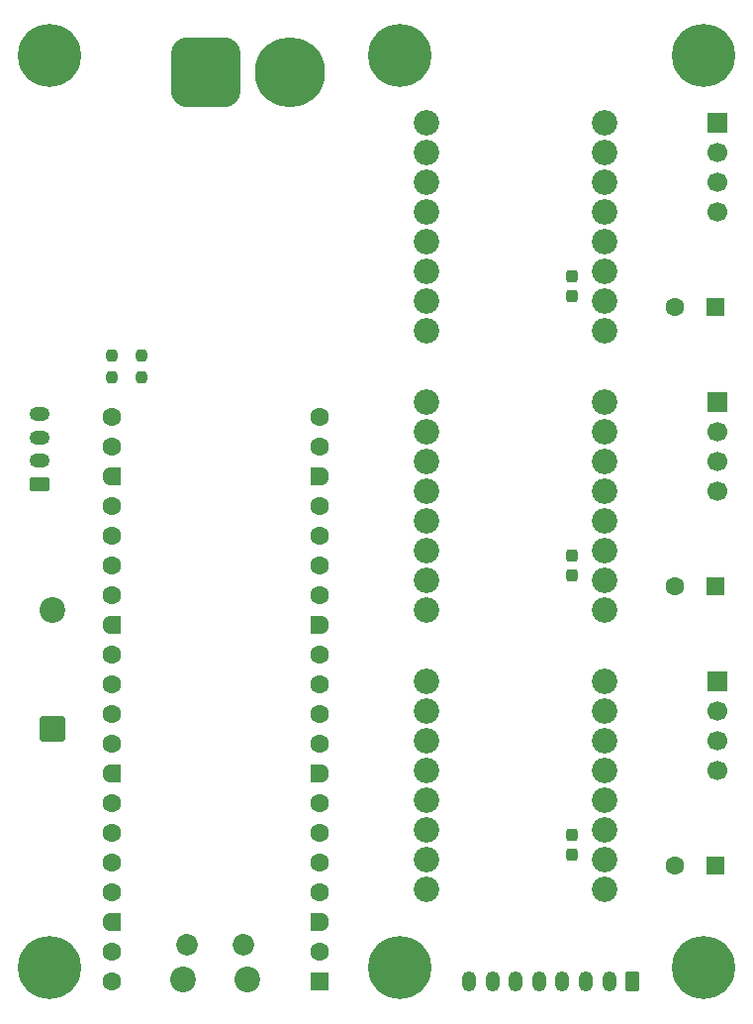
<source format=gbs>
G04 #@! TF.GenerationSoftware,KiCad,Pcbnew,9.0.3*
G04 #@! TF.CreationDate,2026-02-04T16:51:12-05:00*
G04 #@! TF.ProjectId,ControlBoard_v1,436f6e74-726f-46c4-926f-6172645f7631,rev?*
G04 #@! TF.SameCoordinates,Original*
G04 #@! TF.FileFunction,Soldermask,Bot*
G04 #@! TF.FilePolarity,Negative*
%FSLAX46Y46*%
G04 Gerber Fmt 4.6, Leading zero omitted, Abs format (unit mm)*
G04 Created by KiCad (PCBNEW 9.0.3) date 2026-02-04 16:51:12*
%MOMM*%
%LPD*%
G01*
G04 APERTURE LIST*
G04 Aperture macros list*
%AMRoundRect*
0 Rectangle with rounded corners*
0 $1 Rounding radius*
0 $2 $3 $4 $5 $6 $7 $8 $9 X,Y pos of 4 corners*
0 Add a 4 corners polygon primitive as box body*
4,1,4,$2,$3,$4,$5,$6,$7,$8,$9,$2,$3,0*
0 Add four circle primitives for the rounded corners*
1,1,$1+$1,$2,$3*
1,1,$1+$1,$4,$5*
1,1,$1+$1,$6,$7*
1,1,$1+$1,$8,$9*
0 Add four rect primitives between the rounded corners*
20,1,$1+$1,$2,$3,$4,$5,0*
20,1,$1+$1,$4,$5,$6,$7,0*
20,1,$1+$1,$6,$7,$8,$9,0*
20,1,$1+$1,$8,$9,$2,$3,0*%
%AMFreePoly0*
4,1,37,0.603843,0.796157,0.639018,0.796157,0.711114,0.766294,0.766294,0.711114,0.796157,0.639018,0.796157,0.603843,0.800000,0.600000,0.800000,-0.600000,0.796157,-0.603843,0.796157,-0.639018,0.766294,-0.711114,0.711114,-0.766294,0.639018,-0.796157,0.603843,-0.796157,0.600000,-0.800000,0.000000,-0.800000,0.000000,-0.796148,-0.078414,-0.796148,-0.232228,-0.765552,-0.377117,-0.705537,
-0.507515,-0.618408,-0.618408,-0.507515,-0.705537,-0.377117,-0.765552,-0.232228,-0.796148,-0.078414,-0.796148,0.078414,-0.765552,0.232228,-0.705537,0.377117,-0.618408,0.507515,-0.507515,0.618408,-0.377117,0.705537,-0.232228,0.765552,-0.078414,0.796148,0.000000,0.796148,0.000000,0.800000,0.600000,0.800000,0.603843,0.796157,0.603843,0.796157,$1*%
%AMFreePoly1*
4,1,37,0.000000,0.796148,0.078414,0.796148,0.232228,0.765552,0.377117,0.705537,0.507515,0.618408,0.618408,0.507515,0.705537,0.377117,0.765552,0.232228,0.796148,0.078414,0.796148,-0.078414,0.765552,-0.232228,0.705537,-0.377117,0.618408,-0.507515,0.507515,-0.618408,0.377117,-0.705537,0.232228,-0.765552,0.078414,-0.796148,0.000000,-0.796148,0.000000,-0.800000,-0.600000,-0.800000,
-0.603843,-0.796157,-0.639018,-0.796157,-0.711114,-0.766294,-0.766294,-0.711114,-0.796157,-0.639018,-0.796157,-0.603843,-0.800000,-0.600000,-0.800000,0.600000,-0.796157,0.603843,-0.796157,0.639018,-0.766294,0.711114,-0.711114,0.766294,-0.639018,0.796157,-0.603843,0.796157,-0.600000,0.800000,0.000000,0.800000,0.000000,0.796148,0.000000,0.796148,$1*%
G04 Aperture macros list end*
%ADD10RoundRect,0.250000X0.350000X0.625000X-0.350000X0.625000X-0.350000X-0.625000X0.350000X-0.625000X0*%
%ADD11O,1.200000X1.750000*%
%ADD12RoundRect,1.500000X-1.500000X-1.500000X1.500000X-1.500000X1.500000X1.500000X-1.500000X1.500000X0*%
%ADD13C,6.000000*%
%ADD14RoundRect,0.249999X0.850001X-0.850001X0.850001X0.850001X-0.850001X0.850001X-0.850001X-0.850001X0*%
%ADD15C,2.200000*%
%ADD16C,2.184000*%
%ADD17R,1.700000X1.700000*%
%ADD18C,1.700000*%
%ADD19RoundRect,0.250000X0.550000X0.550000X-0.550000X0.550000X-0.550000X-0.550000X0.550000X-0.550000X0*%
%ADD20C,1.600000*%
%ADD21C,0.800000*%
%ADD22C,5.400000*%
%ADD23RoundRect,0.250000X0.625000X-0.350000X0.625000X0.350000X-0.625000X0.350000X-0.625000X-0.350000X0*%
%ADD24O,1.750000X1.200000*%
%ADD25C,1.850000*%
%ADD26RoundRect,0.200000X0.600000X0.600000X-0.600000X0.600000X-0.600000X-0.600000X0.600000X-0.600000X0*%
%ADD27FreePoly0,180.000000*%
%ADD28FreePoly1,180.000000*%
%ADD29RoundRect,0.237500X-0.237500X0.250000X-0.237500X-0.250000X0.237500X-0.250000X0.237500X0.250000X0*%
%ADD30RoundRect,0.237500X0.237500X-0.300000X0.237500X0.300000X-0.237500X0.300000X-0.237500X-0.300000X0*%
G04 APERTURE END LIST*
D10*
X208168000Y-121788000D03*
D11*
X206168000Y-121788000D03*
X204168000Y-121788000D03*
X202168000Y-121788000D03*
X200168000Y-121788000D03*
X198168000Y-121788000D03*
X196168000Y-121788000D03*
X194168000Y-121788000D03*
D12*
X171660000Y-44022000D03*
D13*
X178860000Y-44022000D03*
D14*
X158496000Y-100156000D03*
D15*
X158496000Y-89996000D03*
D16*
X205740000Y-66120000D03*
X205740000Y-63580000D03*
X205740000Y-61040000D03*
X205740000Y-58500000D03*
X205740000Y-55960000D03*
X205740000Y-53420000D03*
X205740000Y-50880000D03*
X205740000Y-48340000D03*
X190500000Y-48340000D03*
X190500000Y-50880000D03*
X190500000Y-53420000D03*
X190500000Y-55960000D03*
X190500000Y-58500000D03*
X190500000Y-61040000D03*
X190500000Y-63580000D03*
X190500000Y-66120000D03*
D17*
X215392000Y-96092000D03*
D18*
X215392000Y-98632000D03*
X215392000Y-101172000D03*
X215392000Y-103712000D03*
D17*
X215392000Y-48340000D03*
D18*
X215392000Y-50880000D03*
X215392000Y-53420000D03*
X215392000Y-55960000D03*
D17*
X215392000Y-72216000D03*
D18*
X215392000Y-74756000D03*
X215392000Y-77296000D03*
X215392000Y-79836000D03*
D19*
X215266651Y-87964000D03*
D20*
X211766651Y-87964000D03*
D21*
X186255000Y-42616000D03*
X186848109Y-41184109D03*
X186848109Y-44047891D03*
X188280000Y-40591000D03*
D22*
X188280000Y-42616000D03*
D21*
X188280000Y-44641000D03*
X189711891Y-41184109D03*
X189711891Y-44047891D03*
X190305000Y-42616000D03*
D16*
X205740000Y-89996000D03*
X205740000Y-87456000D03*
X205740000Y-84916000D03*
X205740000Y-82376000D03*
X205740000Y-79836000D03*
X205740000Y-77296000D03*
X205740000Y-74756000D03*
X205740000Y-72216000D03*
X190500000Y-72216000D03*
X190500000Y-74756000D03*
X190500000Y-77296000D03*
X190500000Y-79836000D03*
X190500000Y-82376000D03*
X190500000Y-84916000D03*
X190500000Y-87456000D03*
X190500000Y-89996000D03*
D21*
X186255000Y-120616000D03*
X186848109Y-119184109D03*
X186848109Y-122047891D03*
X188280000Y-118591000D03*
D22*
X188280000Y-120616000D03*
D21*
X188280000Y-122641000D03*
X189711891Y-119184109D03*
X189711891Y-122047891D03*
X190305000Y-120616000D03*
D19*
X215266651Y-64088000D03*
D20*
X211766651Y-64088000D03*
D23*
X157438000Y-79264000D03*
D24*
X157438000Y-77264000D03*
X157438000Y-75264000D03*
X157438000Y-73264000D03*
D21*
X156255000Y-42616000D03*
X156848109Y-41184109D03*
X156848109Y-44047891D03*
X158280000Y-40591000D03*
D22*
X158280000Y-42616000D03*
D21*
X158280000Y-44641000D03*
X159711891Y-41184109D03*
X159711891Y-44047891D03*
X160305000Y-42616000D03*
D15*
X175191000Y-121616000D03*
D25*
X174891000Y-118586000D03*
X170041000Y-118586000D03*
D15*
X169741000Y-121616000D03*
D26*
X181356000Y-121746000D03*
D20*
X181356000Y-119206000D03*
D27*
X181356000Y-116666000D03*
D20*
X181356000Y-114126000D03*
X181356000Y-111586000D03*
X181356000Y-109046000D03*
X181356000Y-106506000D03*
D27*
X181356000Y-103966000D03*
D20*
X181356000Y-101426000D03*
X181356000Y-98886000D03*
X181356000Y-96346000D03*
X181356000Y-93806000D03*
D27*
X181356000Y-91266000D03*
D20*
X181356000Y-88726000D03*
X181356000Y-86186000D03*
X181356000Y-83646000D03*
X181356000Y-81106000D03*
D27*
X181356000Y-78566000D03*
D20*
X181356000Y-76026000D03*
X181356000Y-73486000D03*
X163576000Y-73486000D03*
X163576000Y-76026000D03*
D28*
X163576000Y-78566000D03*
D20*
X163576000Y-81106000D03*
X163576000Y-83646000D03*
X163576000Y-86186000D03*
X163576000Y-88726000D03*
D28*
X163576000Y-91266000D03*
D20*
X163576000Y-93806000D03*
X163576000Y-96346000D03*
X163576000Y-98886000D03*
X163576000Y-101426000D03*
D28*
X163576000Y-103966000D03*
D20*
X163576000Y-106506000D03*
X163576000Y-109046000D03*
X163576000Y-111586000D03*
X163576000Y-114126000D03*
D28*
X163576000Y-116666000D03*
D20*
X163576000Y-119206000D03*
X163576000Y-121746000D03*
D19*
X215266651Y-111840000D03*
D20*
X211766651Y-111840000D03*
D21*
X212255000Y-42616000D03*
X212848109Y-41184109D03*
X212848109Y-44047891D03*
X214280000Y-40591000D03*
D22*
X214280000Y-42616000D03*
D21*
X214280000Y-44641000D03*
X215711891Y-41184109D03*
X215711891Y-44047891D03*
X216305000Y-42616000D03*
D16*
X205740000Y-113872000D03*
X205740000Y-111332000D03*
X205740000Y-108792000D03*
X205740000Y-106252000D03*
X205740000Y-103712000D03*
X205740000Y-101172000D03*
X205740000Y-98632000D03*
X205740000Y-96092000D03*
X190500000Y-96092000D03*
X190500000Y-98632000D03*
X190500000Y-101172000D03*
X190500000Y-103712000D03*
X190500000Y-106252000D03*
X190500000Y-108792000D03*
X190500000Y-111332000D03*
X190500000Y-113872000D03*
D21*
X212255000Y-120616000D03*
X212848109Y-119184109D03*
X212848109Y-122047891D03*
X214280000Y-118591000D03*
D22*
X214280000Y-120616000D03*
D21*
X214280000Y-122641000D03*
X215711891Y-119184109D03*
X215711891Y-122047891D03*
X216305000Y-120616000D03*
D29*
X166116000Y-68255500D03*
X166116000Y-70080500D03*
D21*
X156255000Y-120616000D03*
X156848109Y-119184109D03*
X156848109Y-122047891D03*
X158280000Y-118591000D03*
D22*
X158280000Y-120616000D03*
D21*
X158280000Y-122641000D03*
X159711891Y-119184109D03*
X159711891Y-122047891D03*
X160305000Y-120616000D03*
D29*
X163576000Y-68255500D03*
X163576000Y-70080500D03*
D30*
X202946000Y-110924500D03*
X202946000Y-109199500D03*
X202946000Y-63172500D03*
X202946000Y-61447500D03*
X202946000Y-87048500D03*
X202946000Y-85323500D03*
M02*

</source>
